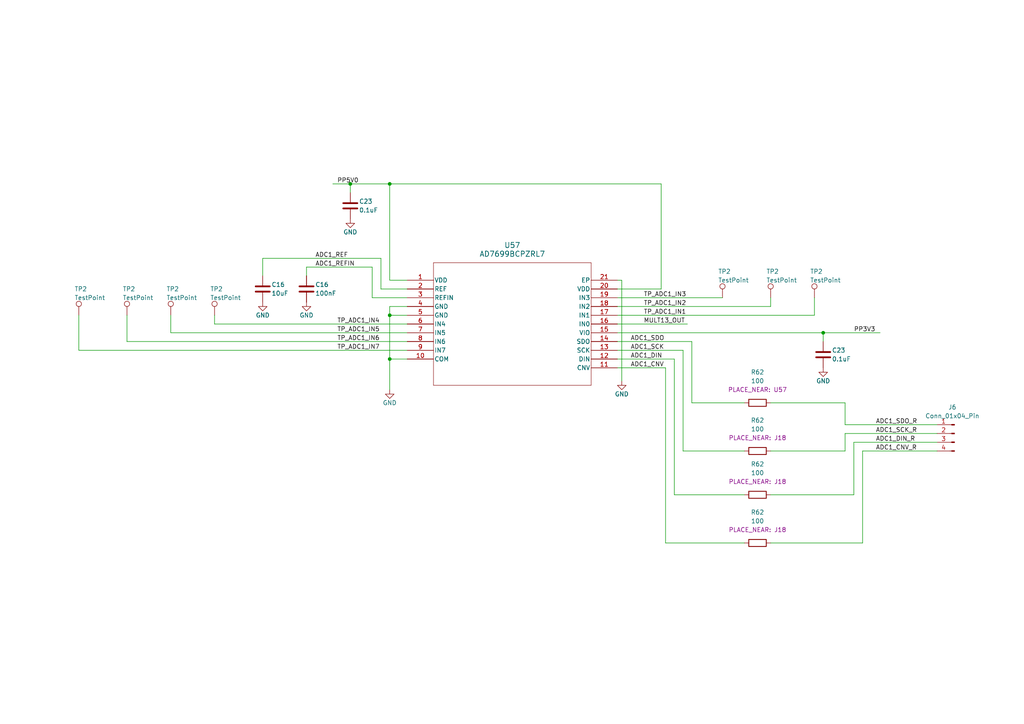
<source format=kicad_sch>
(kicad_sch (version 20230121) (generator eeschema)
  (paper "A4")
  (lib_symbols
    (symbol "AD7699BCPZRL7:AD7699BCPZRL7" (pin_names (offset 0.254))
      (property "Reference" "U" (at 30.48 10.16 0))
      (property "Value" "AD7699BCPZRL7" (at 30.48 7.62 0))
      (symbol "AD7699BCPZRL7_0_1"
        (polyline (pts (xy 7.62 -30.48) (xy 53.34 -30.48)) (stroke (width 0.127)))
        (polyline (pts (xy 7.62 5.08) (xy 7.62 -30.48)) (stroke (width 0.127)))
        (polyline (pts (xy 53.34 -30.48) (xy 53.34 5.08)) (stroke (width 0.127)))
        (polyline (pts (xy 53.34 5.08) (xy 7.62 5.08)) (stroke (width 0.127)))
        (pin power_in line (at 0 0 0) (length 7.62) (name "VDD") (number "1"))
        (pin unspecified line (at 0 -22.86 0) (length 7.62) (name "COM") (number "10"))
        (pin unspecified line (at 60.96 -25.4 180) (length 7.62) (name "CNV") (number "11"))
        (pin unspecified line (at 60.96 -22.86 180) (length 7.62) (name "DIN") (number "12"))
        (pin unspecified line (at 60.96 -20.32 180) (length 7.62) (name "SCK") (number "13"))
        (pin unspecified line (at 60.96 -17.78 180) (length 7.62) (name "SDO") (number "14"))
        (pin power_in line (at 60.96 -15.24 180) (length 7.62) (name "VIO") (number "15"))
        (pin unspecified line (at 60.96 -12.7 180) (length 7.62) (name "IN0") (number "16"))
        (pin unspecified line (at 60.96 -10.16 180) (length 7.62) (name "IN1") (number "17"))
        (pin unspecified line (at 60.96 -7.62 180) (length 7.62) (name "IN2") (number "18"))
        (pin unspecified line (at 60.96 -5.08 180) (length 7.62) (name "IN3") (number "19"))
        (pin unspecified line (at 0 -2.54 0) (length 7.62) (name "REF") (number "2"))
        (pin power_in line (at 60.96 -2.54 180) (length 7.62) (name "VDD") (number "20"))
        (pin unspecified line (at 60.96 0 180) (length 7.62) (name "EP") (number "21"))
        (pin unspecified line (at 0 -5.08 0) (length 7.62) (name "REFIN") (number "3"))
        (pin unspecified line (at 0 -7.62 0) (length 7.62) (name "GND") (number "4"))
        (pin unspecified line (at 0 -10.16 0) (length 7.62) (name "GND") (number "5"))
        (pin unspecified line (at 0 -12.7 0) (length 7.62) (name "IN4") (number "6"))
        (pin unspecified line (at 0 -15.24 0) (length 7.62) (name "IN5") (number "7"))
        (pin unspecified line (at 0 -17.78 0) (length 7.62) (name "IN6") (number "8"))
        (pin unspecified line (at 0 -20.32 0) (length 7.62) (name "IN7") (number "9"))
      )
    )
    (symbol "Connector:Conn_01x04_Pin" (pin_names (offset 1.016) hide)
      (property "Reference" "J" (at 0 5.08 0))
      (property "Value" "Conn_01x04_Pin" (at 0 -7.62 0))
      (symbol "Conn_01x04_Pin_1_1"
        (polyline (pts (xy 1.27 -5.08) (xy 0.8636 -5.08)) (stroke (width 0.1524)))
        (polyline (pts (xy 1.27 -2.54) (xy 0.8636 -2.54)) (stroke (width 0.1524)))
        (polyline (pts (xy 1.27 0) (xy 0.8636 0)) (stroke (width 0.1524)))
        (polyline (pts (xy 1.27 2.54) (xy 0.8636 2.54)) (stroke (width 0.1524)))
        (rectangle (start 0.8636 -4.953) (end 0 -5.207) (stroke (width 0.1524)) (fill (type outline)))
        (rectangle (start 0.8636 -2.413) (end 0 -2.667) (stroke (width 0.1524)) (fill (type outline)))
        (rectangle (start 0.8636 0.127) (end 0 -0.127) (stroke (width 0.1524)) (fill (type outline)))
        (rectangle (start 0.8636 2.667) (end 0 2.413) (stroke (width 0.1524)) (fill (type outline)))
        (pin passive line (at 5.08 2.54 180) (length 3.81) (name "Pin_1") (number "1"))
        (pin passive line (at 5.08 0 180) (length 3.81) (name "Pin_2") (number "2"))
        (pin passive line (at 5.08 -2.54 180) (length 3.81) (name "Pin_3") (number "3"))
        (pin passive line (at 5.08 -5.08 180) (length 3.81) (name "Pin_4") (number "4"))
      )
    )
    (symbol "Connector:TestPoint" (pin_numbers hide) (pin_names (offset 0.762) hide)
      (property "Reference" "TP" (at 0 6.858 0))
      (property "Value" "TestPoint" (at 0 5.08 0))
      (symbol "TestPoint_0_1"
        (circle (center 0 3.302) (radius 0.762))
      )
      (symbol "TestPoint_1_1"
        (pin passive line (at 0 0 90) (length 2.54) (name "1") (number "1"))
      )
    )
    (symbol "Device:C" (pin_numbers hide) (pin_names (offset 0.254))
      (property "Reference" "C" (at 0.635 2.54 0))
      (property "Value" "C" (at 0.635 -2.54 0))
      (symbol "C_0_1"
        (polyline (pts (xy -2.032 -0.762) (xy 2.032 -0.762)) (stroke (width 0.508)))
        (polyline (pts (xy -2.032 0.762) (xy 2.032 0.762)) (stroke (width 0.508)))
      )
      (symbol "C_1_1"
        (pin passive line (at 0 3.81 270) (length 2.794) (name "~") (number "1"))
        (pin passive line (at 0 -3.81 90) (length 2.794) (name "~") (number "2"))
      )
    )
    (symbol "Device:R" (pin_numbers hide) (pin_names (offset 0))
      (property "Reference" "R" (at 2.032 0 90))
      (property "Value" "R" (at 0 0 90))
      (symbol "R_0_1"
        (rectangle (start -1.016 -2.54) (end 1.016 2.54) (stroke (width 0.254)))
      )
      (symbol "R_1_1"
        (pin passive line (at 0 3.81 270) (length 1.27) (name "~") (number "1"))
        (pin passive line (at 0 -3.81 90) (length 1.27) (name "~") (number "2"))
      )
    )
    (symbol "power:GND" (power) (pin_names (offset 0))
      (property "Value" "GND" (at 0 -3.81 0))
      (symbol "GND_0_1"
        (polyline (pts (xy 0 0) (xy 0 -1.27) (xy 1.27 -1.27) (xy 0 -2.54) (xy -1.27 -1.27) (xy 0 -1.27)))
      )
      (symbol "GND_1_1"
        (pin power_in line (at 0 0 270) (length 0) hide (name "GND") (number "1"))
      )
    )
  )
  (junction (at 113.03 53.34))
  (junction (at 113.03 91.44))
  (junction (at 113.03 104.14))
  (junction (at 101.6 53.34))
  (junction (at 238.76 96.52))
  (wire (pts (xy 101.6 53.34) (xy 101.6 55.88)))
  (wire (pts (xy 179.07 93.98) (xy 199.39 93.98)))
  (wire (pts (xy 247.65 128.27) (xy 271.78 128.27)))
  (wire (pts (xy 245.11 123.19) (xy 271.78 123.19)))
  (wire (pts (xy 118.11 81.28) (xy 113.03 81.28)))
  (wire (pts (xy 245.11 125.73) (xy 271.78 125.73)))
  (wire (pts (xy 179.07 106.68) (xy 193.04 106.68)))
  (wire (pts (xy 88.9 77.47) (xy 88.9 80.01)))
  (wire (pts (xy 113.03 91.44) (xy 113.03 104.14)))
  (wire (pts (xy 22.86 91.44) (xy 22.86 101.6)))
  (wire (pts (xy 179.07 86.36) (xy 209.55 86.36)))
  (wire (pts (xy 36.83 99.06) (xy 118.11 99.06)))
  (wire (pts (xy 113.03 88.9) (xy 113.03 91.44)))
  (wire (pts (xy 107.95 77.47) (xy 107.95 86.36)))
  (wire (pts (xy 118.11 88.9) (xy 113.03 88.9)))
  (wire (pts (xy 76.2 74.93) (xy 110.49 74.93)))
  (wire (pts (xy 49.53 91.44) (xy 49.53 96.52)))
  (wire (pts (xy 223.52 116.84) (xy 245.11 116.84)))
  (wire (pts (xy 179.07 96.52) (xy 238.76 96.52)))
  (wire (pts (xy 179.07 104.14) (xy 195.58 104.14)))
  (wire (pts (xy 250.19 130.81) (xy 271.78 130.81)))
  (wire (pts (xy 180.34 81.28) (xy 179.07 81.28)))
  (wire (pts (xy 191.77 83.82) (xy 191.77 53.34)))
  (wire (pts (xy 223.52 88.9) (xy 223.52 86.36)))
  (wire (pts (xy 223.52 130.81) (xy 245.11 130.81)))
  (wire (pts (xy 76.2 74.93) (xy 76.2 80.01)))
  (wire (pts (xy 107.95 86.36) (xy 118.11 86.36)))
  (wire (pts (xy 179.07 88.9) (xy 223.52 88.9)))
  (wire (pts (xy 247.65 143.51) (xy 247.65 128.27)))
  (wire (pts (xy 49.53 96.52) (xy 118.11 96.52)))
  (wire (pts (xy 180.34 110.49) (xy 180.34 81.28)))
  (wire (pts (xy 179.07 91.44) (xy 236.22 91.44)))
  (wire (pts (xy 88.9 77.47) (xy 107.95 77.47)))
  (wire (pts (xy 179.07 101.6) (xy 198.12 101.6)))
  (wire (pts (xy 238.76 96.52) (xy 255.27 96.52)))
  (wire (pts (xy 113.03 104.14) (xy 118.11 104.14)))
  (wire (pts (xy 198.12 101.6) (xy 198.12 130.81)))
  (wire (pts (xy 193.04 157.48) (xy 215.9 157.48)))
  (wire (pts (xy 110.49 83.82) (xy 118.11 83.82)))
  (wire (pts (xy 62.23 93.98) (xy 118.11 93.98)))
  (wire (pts (xy 193.04 106.68) (xy 193.04 157.48)))
  (wire (pts (xy 113.03 104.14) (xy 113.03 113.03)))
  (wire (pts (xy 179.07 99.06) (xy 200.66 99.06)))
  (wire (pts (xy 96.52 53.34) (xy 101.6 53.34)))
  (wire (pts (xy 195.58 143.51) (xy 215.9 143.51)))
  (wire (pts (xy 245.11 130.81) (xy 245.11 125.73)))
  (wire (pts (xy 101.6 53.34) (xy 113.03 53.34)))
  (wire (pts (xy 179.07 83.82) (xy 191.77 83.82)))
  (wire (pts (xy 236.22 91.44) (xy 236.22 86.36)))
  (wire (pts (xy 198.12 130.81) (xy 215.9 130.81)))
  (wire (pts (xy 223.52 157.48) (xy 250.19 157.48)))
  (wire (pts (xy 22.86 101.6) (xy 118.11 101.6)))
  (wire (pts (xy 113.03 91.44) (xy 118.11 91.44)))
  (wire (pts (xy 195.58 104.14) (xy 195.58 143.51)))
  (wire (pts (xy 36.83 91.44) (xy 36.83 99.06)))
  (wire (pts (xy 200.66 116.84) (xy 200.66 99.06)))
  (wire (pts (xy 113.03 81.28) (xy 113.03 53.34)))
  (wire (pts (xy 62.23 91.44) (xy 62.23 93.98)))
  (wire (pts (xy 223.52 143.51) (xy 247.65 143.51)))
  (wire (pts (xy 245.11 116.84) (xy 245.11 123.19)))
  (wire (pts (xy 238.76 96.52) (xy 238.76 99.06)))
  (wire (pts (xy 215.9 116.84) (xy 200.66 116.84)))
  (wire (pts (xy 110.49 74.93) (xy 110.49 83.82)))
  (wire (pts (xy 250.19 157.48) (xy 250.19 130.81)))
  (wire (pts (xy 191.77 53.34) (xy 113.03 53.34)))
  (label "ADC1_REFIN" (at 91.44 77.47 0))
  (label "TP_ADC1_IN4" (at 97.79 93.98 0))
  (label "TP_ADC1_IN2" (at 186.69 88.9 0))
  (label "ADC1_SCK_R" (at 254 125.73 0))
  (label "ADC1_SCK" (at 182.88 101.6 0))
  (label "ADC1_CNV" (at 182.88 106.68 0))
  (label "MULT13_OUT" (at 186.69 93.98 0))
  (label "TP_ADC1_IN6" (at 97.79 99.06 0))
  (label "ADC1_CNV_R" (at 254 130.81 0))
  (label "PP5V0" (at 97.79 53.34 0))
  (label "ADC1_SDO_R" (at 254 123.19 0))
  (label "ADC1_DIN" (at 182.88 104.14 0))
  (label "TP_ADC1_IN7" (at 97.79 101.6 0))
  (label "TP_ADC1_IN5" (at 97.79 96.52 0))
  (label "ADC1_REF" (at 91.44 74.93 0))
  (label "ADC1_DIN_R" (at 254 128.27 0))
  (label "PP3V3" (at 247.65 96.52 0))
  (label "TP_ADC1_IN3" (at 186.69 86.36 0))
  (label "TP_ADC1_IN1" (at 186.69 91.44 0))
  (label "ADC1_SDO" (at 182.88 99.06 0))
  (symbol (lib_id "Device:C") (at 88.9 83.82 0) (unit 1)
    (property "Reference" "C16" (at 91.44 82.55 0) (effects (justify left)))
    (property "Value" "100nF" (at 91.44 85.09 0) (effects (justify left)))
    (property "Footprint" "Capacitor_SMD:C_0805_2012Metric" (effects hide))
    (instances (project "fydp" (path "" (reference "C16") (unit 1)) (path "" (reference "C32") (unit 1)) (path "" (reference "C56") (unit 1)) (path "" (reference "C80") (unit 1)) (path "" (reference "C128") (unit 1)) (path "" (reference "C104") (unit 1)) (path "" (reference "C152") (unit 1)) (path "" (reference "C176") (unit 1)) (path "" (reference "C233") (unit 1))))
  )
  (symbol (lib_id "Device:R") (at 219.71 143.51 270) (unit 1)
    (property "Reference" "R62" (at 219.71 134.62 90))
    (property "Value" "100" (at 219.71 137.16 90))
    (property "Footprint" "Resistor_SMD:R_0805_2012Metric" (effects hide))
    (property "PLACE_NEAR" "J18" (at 219.71 139.7 90) (show_name))
    (instances (project "fydp" (path "" (reference "R62") (unit 1)) (path "" (reference "R99") (unit 1))))
  )
  (symbol (lib_id "Connector:TestPoint") (at 223.52 86.36 0) (unit 1)
    (property "Reference" "TP2" (at 222.25 78.74 0) (effects (justify left)))
    (property "Value" "TestPoint" (at 222.25 81.28 0) (effects (justify left)))
    (property "Footprint" "TestPoint:TestPoint_Pad_1.0x1.0mm" (effects hide))
    (instances (project "fydp" (path "" (reference "TP2") (unit 1)) (path "" (reference "TP9") (unit 1)) (path "" (reference "TP22") (unit 1))))
  )
  (symbol (lib_id "AD7699BCPZRL7:AD7699BCPZRL7") (at 118.11 81.28 0) (unit 1)
    (property "Reference" "U57" (at 148.59 71.12 0) (effects (font (size 1.524 1.524))))
    (property "Value" "AD7699BCPZRL7" (at 148.59 73.66 0) (effects (font (size 1.524 1.524))))
    (property "Footprint" "CP_20_4_ADI" (effects hide))
    (property "Datasheet" "AD7699BCPZRL7" (effects hide))
  )
  (symbol (lib_id "Device:C") (at 101.6 59.69 0) (unit 1)
    (property "Reference" "C23" (at 104.14 58.42 0) (effects (justify left)))
    (property "Value" "0.1uF" (at 104.14 60.96 0) (effects (justify left)))
    (property "Footprint" "Capacitor_SMD:C_0805_2012Metric" (effects hide))
    (instances (project "fydp" (path "" (reference "C23") (unit 1)) (path "" (reference "C46") (unit 1)) (path "" (reference "C70") (unit 1)) (path "" (reference "C94") (unit 1)) (path "" (reference "C142") (unit 1)) (path "" (reference "C118") (unit 1)) (path "" (reference "C166") (unit 1)) (path "" (reference "C190") (unit 1)) (path "" (reference "C217") (unit 1)) (path "" (reference "C206") (unit 1)) (path "" (reference "C231") (unit 1))))
  )
  (symbol (lib_id "Device:C") (at 76.2 83.82 0) (unit 1)
    (property "Reference" "C16" (at 78.74 82.55 0) (effects (justify left)))
    (property "Value" "10uF" (at 78.74 85.09 0) (effects (justify left)))
    (property "Footprint" "Capacitor_SMD:C_0805_2012Metric" (effects hide))
    (instances (project "fydp" (path "" (reference "C16") (unit 1)) (path "" (reference "C32") (unit 1)) (path "" (reference "C56") (unit 1)) (path "" (reference "C80") (unit 1)) (path "" (reference "C128") (unit 1)) (path "" (reference "C104") (unit 1)) (path "" (reference "C152") (unit 1)) (path "" (reference "C176") (unit 1)) (path "" (reference "C232") (unit 1))))
  )
  (symbol (lib_id "Connector:TestPoint") (at 62.23 91.44 0) (unit 1)
    (property "Reference" "TP2" (at 60.96 83.82 0) (effects (justify left)))
    (property "Value" "TestPoint" (at 60.96 86.36 0) (effects (justify left)))
    (property "Footprint" "TestPoint:TestPoint_Pad_1.0x1.0mm" (effects hide))
    (instances (project "fydp" (path "" (reference "TP2") (unit 1)) (path "" (reference "TP9") (unit 1)) (path "" (reference "TP17") (unit 1))))
  )
  (symbol (lib_id "Device:R") (at 219.71 157.48 270) (unit 1)
    (property "Reference" "R62" (at 219.71 148.59 90))
    (property "Value" "100" (at 219.71 151.13 90))
    (property "Footprint" "Resistor_SMD:R_0805_2012Metric" (effects hide))
    (property "PLACE_NEAR" "J18" (at 219.71 153.67 90) (show_name))
    (instances (project "fydp" (path "" (reference "R62") (unit 1)) (path "" (reference "R100") (unit 1))))
  )
  (symbol (lib_id "Connector:TestPoint") (at 36.83 91.44 0) (unit 1)
    (property "Reference" "TP2" (at 35.56 83.82 0) (effects (justify left)))
    (property "Value" "TestPoint" (at 35.56 86.36 0) (effects (justify left)))
    (property "Footprint" "TestPoint:TestPoint_Pad_1.0x1.0mm" (effects hide))
    (instances (project "fydp" (path "" (reference "TP2") (unit 1)) (path "" (reference "TP9") (unit 1)) (path "" (reference "TP19") (unit 1))))
  )
  (symbol (lib_id "Connector:TestPoint") (at 49.53 91.44 0) (unit 1)
    (property "Reference" "TP2" (at 48.26 83.82 0) (effects (justify left)))
    (property "Value" "TestPoint" (at 48.26 86.36 0) (effects (justify left)))
    (property "Footprint" "TestPoint:TestPoint_Pad_1.0x1.0mm" (effects hide))
    (instances (project "fydp" (path "" (reference "TP2") (unit 1)) (path "" (reference "TP9") (unit 1)) (path "" (reference "TP18") (unit 1))))
  )
  (symbol (lib_id "power:GND") (at 180.34 110.49 0) (unit 1)
    (property "Reference" "#PWR035" (effects hide))
    (property "Value" "GND" (at 180.34 114.3 0))
    (instances (project "fydp" (path "" (reference "#PWR035") (unit 1)) (path "" (reference "#PWR070") (unit 1)) (path "" (reference "#PWR0106") (unit 1)) (path "" (reference "#PWR0142") (unit 1)) (path "" (reference "#PWR0214") (unit 1)) (path "" (reference "#PWR0178") (unit 1)) (path "" (reference "#PWR0250") (unit 1)) (path "" (reference "#PWR0286") (unit 1)) (path "" (reference "#PWR0311") (unit 1)) (path "" (reference "#PWR0100") (unit 1)) (path "" (reference "#PWR0351") (unit 1))))
  )
  (symbol (lib_id "power:GND") (at 76.2 87.63 0) (unit 1)
    (property "Reference" "#PWR024" (effects hide))
    (property "Value" "GND" (at 76.2 91.44 0))
    (instances (project "fydp" (path "" (reference "#PWR024") (unit 1)) (path "" (reference "#PWR048") (unit 1)) (path "" (reference "#PWR084") (unit 1)) (path "" (reference "#PWR0120") (unit 1)) (path "" (reference "#PWR0192") (unit 1)) (path "" (reference "#PWR0156") (unit 1)) (path "" (reference "#PWR0228") (unit 1)) (path "" (reference "#PWR0264") (unit 1)) (path "" (reference "#PWR0349") (unit 1))))
  )
  (symbol (lib_id "power:GND") (at 113.03 113.03 0) (unit 1)
    (property "Reference" "#PWR035" (effects hide))
    (property "Value" "GND" (at 113.03 116.84 0))
    (instances (project "fydp" (path "" (reference "#PWR035") (unit 1)) (path "" (reference "#PWR070") (unit 1)) (path "" (reference "#PWR0106") (unit 1)) (path "" (reference "#PWR0142") (unit 1)) (path "" (reference "#PWR0214") (unit 1)) (path "" (reference "#PWR0178") (unit 1)) (path "" (reference "#PWR0250") (unit 1)) (path "" (reference "#PWR0286") (unit 1)) (path "" (reference "#PWR0311") (unit 1)) (path "" (reference "#PWR0100") (unit 1)) (path "" (reference "#PWR0348") (unit 1))))
  )
  (symbol (lib_id "Device:R") (at 219.71 130.81 270) (unit 1)
    (property "Reference" "R62" (at 219.71 121.92 90))
    (property "Value" "100" (at 219.71 124.46 90))
    (property "Footprint" "Resistor_SMD:R_0805_2012Metric" (effects hide))
    (property "PLACE_NEAR" "J18" (at 219.71 127 90) (show_name))
    (instances (project "fydp" (path "" (reference "R62") (unit 1)) (path "" (reference "R98") (unit 1))))
  )
  (symbol (lib_id "power:GND") (at 101.6 63.5 0) (unit 1)
    (property "Reference" "#PWR035" (effects hide))
    (property "Value" "GND" (at 101.6 67.31 0))
    (instances (project "fydp" (path "" (reference "#PWR035") (unit 1)) (path "" (reference "#PWR070") (unit 1)) (path "" (reference "#PWR0106") (unit 1)) (path "" (reference "#PWR0142") (unit 1)) (path "" (reference "#PWR0214") (unit 1)) (path "" (reference "#PWR0178") (unit 1)) (path "" (reference "#PWR0250") (unit 1)) (path "" (reference "#PWR0286") (unit 1)) (path "" (reference "#PWR0311") (unit 1)) (path "" (reference "#PWR0100") (unit 1)) (path "" (reference "#PWR0347") (unit 1))))
  )
  (symbol (lib_id "Connector:Conn_01x04_Pin") (at 276.86 125.73 0) (mirror y) (unit 1)
    (property "Reference" "J6" (at 276.225 118.11 0))
    (property "Value" "Conn_01x04_Pin" (at 276.225 120.65 0))
    (property "Footprint" "Connector_PinHeader_2.54mm:PinHeader_1x04_P2.54mm_Vertical" (effects hide))
    (instances (project "fydp" (path "" (reference "J6") (unit 1)) (path "" (reference "J18") (unit 1))))
  )
  (symbol (lib_id "Device:R") (at 219.71 116.84 270) (unit 1)
    (property "Reference" "R62" (at 219.71 107.95 90))
    (property "Value" "100" (at 219.71 110.49 90))
    (property "Footprint" "Resistor_SMD:R_0805_2012Metric" (effects hide))
    (property "PLACE_NEAR" "U57" (at 219.71 113.03 90) (show_name))
    (instances (project "fydp" (path "" (reference "R62") (unit 1)) (path "" (reference "R97") (unit 1))))
  )
  (symbol (lib_id "Device:C") (at 238.76 102.87 0) (unit 1)
    (property "Reference" "C23" (at 241.3 101.6 0) (effects (justify left)))
    (property "Value" "0.1uF" (at 241.3 104.14 0) (effects (justify left)))
    (property "Footprint" "Capacitor_SMD:C_0805_2012Metric" (effects hide))
    (instances (project "fydp" (path "" (reference "C23") (unit 1)) (path "" (reference "C46") (unit 1)) (path "" (reference "C70") (unit 1)) (path "" (reference "C94") (unit 1)) (path "" (reference "C142") (unit 1)) (path "" (reference "C118") (unit 1)) (path "" (reference "C166") (unit 1)) (path "" (reference "C190") (unit 1)) (path "" (reference "C217") (unit 1)) (path "" (reference "C206") (unit 1)) (path "" (reference "C234") (unit 1))))
  )
  (symbol (lib_id "Connector:TestPoint") (at 22.86 91.44 0) (unit 1)
    (property "Reference" "TP2" (at 21.59 83.82 0) (effects (justify left)))
    (property "Value" "TestPoint" (at 21.59 86.36 0) (effects (justify left)))
    (property "Footprint" "TestPoint:TestPoint_Pad_1.0x1.0mm" (effects hide))
    (instances (project "fydp" (path "" (reference "TP2") (unit 1)) (path "" (reference "TP9") (unit 1)) (path "" (reference "TP20") (unit 1))))
  )
  (symbol (lib_id "Connector:TestPoint") (at 236.22 86.36 0) (unit 1)
    (property "Reference" "TP2" (at 234.95 78.74 0) (effects (justify left)))
    (property "Value" "TestPoint" (at 234.95 81.28 0) (effects (justify left)))
    (property "Footprint" "TestPoint:TestPoint_Pad_1.0x1.0mm" (effects hide))
    (instances (project "fydp" (path "" (reference "TP2") (unit 1)) (path "" (reference "TP9") (unit 1)) (path "" (reference "TP23") (unit 1))))
  )
  (symbol (lib_id "power:GND") (at 88.9 87.63 0) (unit 1)
    (property "Reference" "#PWR024" (effects hide))
    (property "Value" "GND" (at 88.9 91.44 0))
    (instances (project "fydp" (path "" (reference "#PWR024") (unit 1)) (path "" (reference "#PWR048") (unit 1)) (path "" (reference "#PWR084") (unit 1)) (path "" (reference "#PWR0120") (unit 1)) (path "" (reference "#PWR0192") (unit 1)) (path "" (reference "#PWR0156") (unit 1)) (path "" (reference "#PWR0228") (unit 1)) (path "" (reference "#PWR0264") (unit 1)) (path "" (reference "#PWR0350") (unit 1))))
  )
  (symbol (lib_id "power:GND") (at 238.76 106.68 0) (unit 1)
    (property "Reference" "#PWR035" (effects hide))
    (property "Value" "GND" (at 238.76 110.49 0))
    (instances (project "fydp" (path "" (reference "#PWR035") (unit 1)) (path "" (reference "#PWR070") (unit 1)) (path "" (reference "#PWR0106") (unit 1)) (path "" (reference "#PWR0142") (unit 1)) (path "" (reference "#PWR0214") (unit 1)) (path "" (reference "#PWR0178") (unit 1)) (path "" (reference "#PWR0250") (unit 1)) (path "" (reference "#PWR0286") (unit 1)) (path "" (reference "#PWR0311") (unit 1)) (path "" (reference "#PWR0100") (unit 1)) (path "" (reference "#PWR0352") (unit 1))))
  )
  (symbol (lib_id "Connector:TestPoint") (at 209.55 86.36 0) (unit 1)
    (property "Reference" "TP2" (at 208.28 78.74 0) (effects (justify left)))
    (property "Value" "TestPoint" (at 208.28 81.28 0) (effects (justify left)))
    (property "Footprint" "TestPoint:TestPoint_Pad_1.0x1.0mm" (effects hide))
    (instances (project "fydp" (path "" (reference "TP2") (unit 1)) (path "" (reference "TP9") (unit 1)) (path "" (reference "TP21") (unit 1))))
  )
)
</source>
